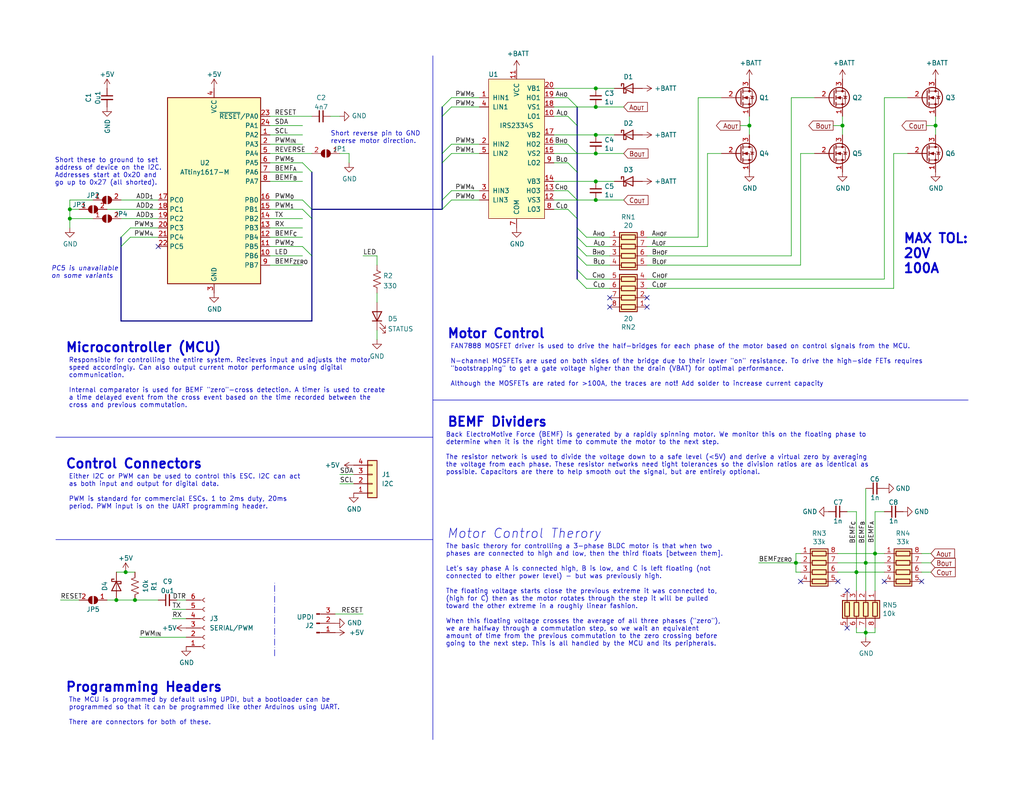
<source format=kicad_sch>
(kicad_sch (version 20230121) (generator eeschema)
  (paper "USLetter")
  (title_block (title "Sensorless BLDC ESC V5") (date "2022-01-20") (rev "5") (company "Savo Bajic") (comment 1 "Same as V4 but with different MOSFET driver and status LED") (comment 2 "Controlled primarily by I2C but can run with PWM") (comment 3 "Designed for 10 to 20V input, current up to 100A") (comment 4 "ATtiny1617 based BEMF ESC for BLDC"))
  (lib_symbols
    (symbol "Connector:Conn_01x03_Pin" (pin_names (offset 1.016) hide)
      (property "Reference" "J" (at 0 5.08 0))
      (property "Value" "Conn_01x03_Pin" (at 0 -5.08 0))
      (symbol "Conn_01x03_Pin_1_1"
        (polyline (pts (xy 1.27 -2.54) (xy 0.8636 -2.54)) (stroke (width 0.1524)))
        (polyline (pts (xy 1.27 0) (xy 0.8636 0)) (stroke (width 0.1524)))
        (polyline (pts (xy 1.27 2.54) (xy 0.8636 2.54)) (stroke (width 0.1524)))
        (rectangle (start 0.8636 -2.413) (end 0 -2.667) (stroke (width 0.1524)) (fill (type outline)))
        (rectangle (start 0.8636 0.127) (end 0 -0.127) (stroke (width 0.1524)) (fill (type outline)))
        (rectangle (start 0.8636 2.667) (end 0 2.413) (stroke (width 0.1524)) (fill (type outline)))
        (pin passive line (at 5.08 2.54 180) (length 3.81) (name "Pin_1") (number "1"))
        (pin passive line (at 5.08 0 180) (length 3.81) (name "Pin_2") (number "2"))
        (pin passive line (at 5.08 -2.54 180) (length 3.81) (name "Pin_3") (number "3"))
      )
    )
    (symbol "Connector:Conn_01x06_Socket" (pin_names (offset 1.016) hide)
      (property "Reference" "J" (at 0 7.62 0))
      (property "Value" "Conn_01x06_Socket" (at 0 -10.16 0))
      (symbol "Conn_01x06_Socket_1_1"
        (arc (start 0 -7.112) (mid -0.5058 -7.62) (end 0 -8.128) (stroke (width 0.1524)))
        (arc (start 0 -4.572) (mid -0.5058 -5.08) (end 0 -5.588) (stroke (width 0.1524)))
        (arc (start 0 -2.032) (mid -0.5058 -2.54) (end 0 -3.048) (stroke (width 0.1524)))
        (polyline (pts (xy -1.27 -7.62) (xy -0.508 -7.62)) (stroke (width 0.1524)))
        (polyline (pts (xy -1.27 -5.08) (xy -0.508 -5.08)) (stroke (width 0.1524)))
        (polyline (pts (xy -1.27 -2.54) (xy -0.508 -2.54)) (stroke (width 0.1524)))
        (polyline (pts (xy -1.27 0) (xy -0.508 0)) (stroke (width 0.1524)))
        (polyline (pts (xy -1.27 2.54) (xy -0.508 2.54)) (stroke (width 0.1524)))
        (polyline (pts (xy -1.27 5.08) (xy -0.508 5.08)) (stroke (width 0.1524)))
        (arc (start 0 0.508) (mid -0.5058 0) (end 0 -0.508) (stroke (width 0.1524)))
        (arc (start 0 3.048) (mid -0.5058 2.54) (end 0 2.032) (stroke (width 0.1524)))
        (arc (start 0 5.588) (mid -0.5058 5.08) (end 0 4.572) (stroke (width 0.1524)))
        (pin passive line (at -5.08 5.08 0) (length 3.81) (name "Pin_1") (number "1"))
        (pin passive line (at -5.08 2.54 0) (length 3.81) (name "Pin_2") (number "2"))
        (pin passive line (at -5.08 0 0) (length 3.81) (name "Pin_3") (number "3"))
        (pin passive line (at -5.08 -2.54 0) (length 3.81) (name "Pin_4") (number "4"))
        (pin passive line (at -5.08 -5.08 0) (length 3.81) (name "Pin_5") (number "5"))
        (pin passive line (at -5.08 -7.62 0) (length 3.81) (name "Pin_6") (number "6"))
      )
    )
    (symbol "Connector_Generic:Conn_01x04" (pin_names (offset 1.016) hide)
      (property "Reference" "J" (at 0 5.08 0))
      (property "Value" "Conn_01x04" (at 0 -7.62 0))
      (symbol "Conn_01x04_1_1"
        (rectangle (start -1.27 -4.953) (end 0 -5.207) (stroke (width 0.1524)))
        (rectangle (start -1.27 -2.413) (end 0 -2.667) (stroke (width 0.1524)))
        (rectangle (start -1.27 0.127) (end 0 -0.127) (stroke (width 0.1524)))
        (rectangle (start -1.27 2.667) (end 0 2.413) (stroke (width 0.1524)))
        (rectangle (start -1.27 3.81) (end 1.27 -6.35) (stroke (width 0.254)) (fill (type background)))
        (pin passive line (at -5.08 2.54 0) (length 3.81) (name "Pin_1") (number "1"))
        (pin passive line (at -5.08 0 0) (length 3.81) (name "Pin_2") (number "2"))
        (pin passive line (at -5.08 -2.54 0) (length 3.81) (name "Pin_3") (number "3"))
        (pin passive line (at -5.08 -5.08 0) (length 3.81) (name "Pin_4") (number "4"))
      )
    )
    (symbol "Device:C_Small" (pin_numbers hide) (pin_names (offset 0.254) hide)
      (property "Reference" "C" (at 0.254 1.778 0))
      (property "Value" "C_Small" (at 0.254 -2.032 0))
      (symbol "C_Small_0_1"
        (polyline (pts (xy -1.524 -0.508) (xy 1.524 -0.508)) (stroke (width 0.3302)))
        (polyline (pts (xy -1.524 0.508) (xy 1.524 0.508)) (stroke (width 0.3048)))
      )
      (symbol "C_Small_1_1"
        (pin passive line (at 0 2.54 270) (length 2.032) (name "~") (number "1"))
        (pin passive line (at 0 -2.54 90) (length 2.032) (name "~") (number "2"))
      )
    )
    (symbol "Device:D_Schottky" (pin_numbers hide) (pin_names (offset 1.016) hide)
      (property "Reference" "D" (at 0 2.54 0))
      (property "Value" "D_Schottky" (at 0 -2.54 0))
      (symbol "D_Schottky_0_1"
        (polyline (pts (xy 1.27 0) (xy -1.27 0)))
        (polyline (pts (xy 1.27 1.27) (xy 1.27 -1.27) (xy -1.27 0) (xy 1.27 1.27)) (stroke (width 0.254)))
        (polyline (pts (xy -1.905 0.635) (xy -1.905 1.27) (xy -1.27 1.27) (xy -1.27 -1.27) (xy -0.635 -1.27) (xy -0.635 -0.635)) (stroke (width 0.254)))
      )
      (symbol "D_Schottky_1_1"
        (pin passive line (at -3.81 0 0) (length 2.54) (name "K") (number "1"))
        (pin passive line (at 3.81 0 180) (length 2.54) (name "A") (number "2"))
      )
    )
    (symbol "Device:LED" (pin_numbers hide) (pin_names (offset 1.016) hide)
      (property "Reference" "D" (at 0 2.54 0))
      (property "Value" "LED" (at 0 -2.54 0))
      (symbol "LED_0_1"
        (polyline (pts (xy -1.27 -1.27) (xy -1.27 1.27)) (stroke (width 0.254)))
        (polyline (pts (xy -1.27 0) (xy 1.27 0)))
        (polyline (pts (xy 1.27 -1.27) (xy 1.27 1.27) (xy -1.27 0) (xy 1.27 -1.27)) (stroke (width 0.254)))
        (polyline (pts (xy -3.048 -0.762) (xy -4.572 -2.286) (xy -3.81 -2.286) (xy -4.572 -2.286) (xy -4.572 -1.524)))
        (polyline (pts (xy -1.778 -0.762) (xy -3.302 -2.286) (xy -2.54 -2.286) (xy -3.302 -2.286) (xy -3.302 -1.524)))
      )
      (symbol "LED_1_1"
        (pin passive line (at -3.81 0 0) (length 2.54) (name "K") (number "1"))
        (pin passive line (at 3.81 0 180) (length 2.54) (name "A") (number "2"))
      )
    )
    (symbol "Device:Q_NMOS_SGD" (pin_names (offset 0) hide)
      (property "Reference" "Q" (at 5.08 1.27 0))
      (property "Value" "Q_NMOS_SGD" (at 5.08 -1.27 0))
      (symbol "Q_NMOS_SGD_0_1"
        (polyline (pts (xy 0.254 0) (xy -2.54 0)))
        (polyline (pts (xy 0.254 1.905) (xy 0.254 -1.905)) (stroke (width 0.254)))
        (polyline (pts (xy 0.762 -1.27) (xy 0.762 -2.286)) (stroke (width 0.254)))
        (polyline (pts (xy 0.762 0.508) (xy 0.762 -0.508)) (stroke (width 0.254)))
        (polyline (pts (xy 0.762 2.286) (xy 0.762 1.27)) (stroke (width 0.254)))
        (polyline (pts (xy 2.54 2.54) (xy 2.54 1.778)))
        (polyline (pts (xy 2.54 -2.54) (xy 2.54 0) (xy 0.762 0)))
        (polyline (pts (xy 0.762 -1.778) (xy 3.302 -1.778) (xy 3.302 1.778) (xy 0.762 1.778)))
        (polyline (pts (xy 1.016 0) (xy 2.032 0.381) (xy 2.032 -0.381) (xy 1.016 0)) (fill (type outline)))
        (polyline (pts (xy 2.794 0.508) (xy 2.921 0.381) (xy 3.683 0.381) (xy 3.81 0.254)))
        (polyline (pts (xy 3.302 0.381) (xy 2.921 -0.254) (xy 3.683 -0.254) (xy 3.302 0.381)))
        (circle (center 1.651 0) (radius 2.794) (stroke (width 0.254)))
        (circle (center 2.54 -1.778) (radius 0.254) (fill (type outline)))
        (circle (center 2.54 1.778) (radius 0.254) (fill (type outline)))
      )
      (symbol "Q_NMOS_SGD_1_1"
        (pin passive line (at 2.54 -5.08 90) (length 2.54) (name "S") (number "1"))
        (pin input line (at -5.08 0 0) (length 5.08) (name "G") (number "2"))
        (pin passive line (at 2.54 5.08 270) (length 2.54) (name "D") (number "3"))
      )
    )
    (symbol "Device:R_Pack04" (pin_names (offset 0) hide)
      (property "Reference" "RN" (at -7.62 0 90))
      (property "Value" "R_Pack04" (at 5.08 0 90))
      (symbol "R_Pack04_0_1"
        (rectangle (start -6.35 -2.413) (end 3.81 2.413) (stroke (width 0.254)) (fill (type background)))
        (rectangle (start -5.715 1.905) (end -4.445 -1.905) (stroke (width 0.254)))
        (rectangle (start -3.175 1.905) (end -1.905 -1.905) (stroke (width 0.254)))
        (rectangle (start -0.635 1.905) (end 0.635 -1.905) (stroke (width 0.254)))
        (polyline (pts (xy -5.08 -2.54) (xy -5.08 -1.905)))
        (polyline (pts (xy -5.08 1.905) (xy -5.08 2.54)))
        (polyline (pts (xy -2.54 -2.54) (xy -2.54 -1.905)))
        (polyline (pts (xy -2.54 1.905) (xy -2.54 2.54)))
        (polyline (pts (xy 0 -2.54) (xy 0 -1.905)))
        (polyline (pts (xy 0 1.905) (xy 0 2.54)))
        (polyline (pts (xy 2.54 -2.54) (xy 2.54 -1.905)))
        (polyline (pts (xy 2.54 1.905) (xy 2.54 2.54)))
        (rectangle (start 1.905 1.905) (end 3.175 -1.905) (stroke (width 0.254)))
      )
      (symbol "R_Pack04_1_1"
        (pin passive line (at -5.08 -5.08 90) (length 2.54) (name "R1.1") (number "1"))
        (pin passive line (at -2.54 -5.08 90) (length 2.54) (name "R2.1") (number "2"))
        (pin passive line (at 0 -5.08 90) (length 2.54) (name "R3.1") (number "3"))
        (pin passive line (at 2.54 -5.08 90) (length 2.54) (name "R4.1") (number "4"))
        (pin passive line (at 2.54 5.08 270) (length 2.54) (name "R4.2") (number "5"))
        (pin passive line (at 0 5.08 270) (length 2.54) (name "R3.2") (number "6"))
        (pin passive line (at -2.54 5.08 270) (length 2.54) (name "R2.2") (number "7"))
        (pin passive line (at -5.08 5.08 270) (length 2.54) (name "R1.2") (number "8"))
      )
    )
    (symbol "Device:R_US" (pin_numbers hide) (pin_names (offset 0))
      (property "Reference" "R" (at 2.54 0 90))
      (property "Value" "R_US" (at -2.54 0 90))
      (symbol "R_US_0_1"
        (polyline (pts (xy 0 -2.286) (xy 0 -2.54)))
        (polyline (pts (xy 0 2.286) (xy 0 2.54)))
        (polyline (pts (xy 0 -0.762) (xy 1.016 -1.143) (xy 0 -1.524) (xy -1.016 -1.905) (xy 0 -2.286)))
        (polyline (pts (xy 0 0.762) (xy 1.016 0.381) (xy 0 0) (xy -1.016 -0.381) (xy 0 -0.762)))
        (polyline (pts (xy 0 2.286) (xy 1.016 1.905) (xy 0 1.524) (xy -1.016 1.143) (xy 0 0.762)))
      )
      (symbol "R_US_1_1"
        (pin passive line (at 0 3.81 270) (length 1.27) (name "~") (number "1"))
        (pin passive line (at 0 -3.81 90) (length 1.27) (name "~") (number "2"))
      )
    )
    (symbol "Jumper:SolderJumper_2_Open" (pin_names (offset 0) hide)
      (property "Reference" "JP" (at 0 2.032 0))
      (property "Value" "SolderJumper_2_Open" (at 0 -2.54 0))
      (symbol "SolderJumper_2_Open_0_1"
        (arc (start -0.254 1.016) (mid -1.2656 0) (end -0.254 -1.016))
        (arc (start -0.254 1.016) (mid -1.2656 0) (end -0.254 -1.016) (fill (type outline)))
        (polyline (pts (xy -0.254 1.016) (xy -0.254 -1.016)))
        (polyline (pts (xy 0.254 1.016) (xy 0.254 -1.016)))
        (arc (start 0.254 -1.016) (mid 1.2656 0) (end 0.254 1.016))
        (arc (start 0.254 -1.016) (mid 1.2656 0) (end 0.254 1.016) (fill (type outline)))
      )
      (symbol "SolderJumper_2_Open_1_1"
        (pin passive line (at -3.81 0 0) (length 2.54) (name "A") (number "1"))
        (pin passive line (at 3.81 0 180) (length 2.54) (name "B") (number "2"))
      )
    )
    (symbol "MCU_Microchip_ATtiny:ATtiny1617-M"
      (property "Reference" "U" (at -12.7 26.67 0))
      (property "Value" "ATtiny1617-M" (at 2.54 -26.67 0))
      (symbol "ATtiny1617-M_0_1"
        (rectangle (start -12.7 -25.4) (end 12.7 25.4) (stroke (width 0.254)) (fill (type background)))
      )
      (symbol "ATtiny1617-M_1_1"
        (pin bidirectional line (at 15.24 15.24 180) (length 2.54) (name "PA2") (number "1"))
        (pin bidirectional line (at 15.24 -17.78 180) (length 2.54) (name "PB6") (number "10"))
        (pin bidirectional line (at 15.24 -15.24 180) (length 2.54) (name "PB5") (number "11"))
        (pin bidirectional line (at 15.24 -12.7 180) (length 2.54) (name "PB4") (number "12"))
        (pin bidirectional line (at 15.24 -10.16 180) (length 2.54) (name "PB3") (number "13"))
        (pin bidirectional line (at 15.24 -7.62 180) (length 2.54) (name "PB2") (number "14"))
        (pin bidirectional line (at 15.24 -5.08 180) (length 2.54) (name "PB1") (number "15"))
        (pin bidirectional line (at 15.24 -2.54 180) (length 2.54) (name "PB0") (number "16"))
        (pin bidirectional line (at -15.24 -2.54 0) (length 2.54) (name "PC0") (number "17"))
        (pin bidirectional line (at -15.24 -5.08 0) (length 2.54) (name "PC1") (number "18"))
        (pin bidirectional line (at -15.24 -7.62 0) (length 2.54) (name "PC2") (number "19"))
        (pin bidirectional line (at 15.24 12.7 180) (length 2.54) (name "PA3") (number "2"))
        (pin bidirectional line (at -15.24 -10.16 0) (length 2.54) (name "PC3") (number "20"))
        (pin bidirectional line (at -15.24 -12.7 0) (length 2.54) (name "PC4") (number "21"))
        (pin bidirectional line (at -15.24 -15.24 0) (length 2.54) (name "PC5") (number "22"))
        (pin bidirectional line (at 15.24 20.32 180) (length 2.54) (name "~{RESET}/PA0") (number "23"))
        (pin bidirectional line (at 15.24 17.78 180) (length 2.54) (name "PA1") (number "24"))
        (pin passive line (at 0 -27.94 90) (length 2.54) hide (name "GND") (number "25"))
        (pin power_in line (at 0 -27.94 90) (length 2.54) (name "GND") (number "3"))
        (pin power_in line (at 0 27.94 270) (length 2.54) (name "VCC") (number "4"))
        (pin bidirectional line (at 15.24 10.16 180) (length 2.54) (name "PA4") (number "5"))
        (pin bidirectional line (at 15.24 7.62 180) (length 2.54) (name "PA5") (number "6"))
        (pin bidirectional line (at 15.24 5.08 180) (length 2.54) (name "PA6") (number "7"))
        (pin bidirectional line (at 15.24 2.54 180) (length 2.54) (name "PA7") (number "8"))
        (pin bidirectional line (at 15.24 -20.32 180) (length 2.54) (name "PB7") (number "9"))
      )
    )
    (symbol "esc_parts:IRS2334S" (pin_names (offset 1.016))
      (property "Reference" "U" (at -6.35 1.27 0))
      (property "Value" "IRS2334S" (at 0 -12.7 0))
      (symbol "IRS2334S_0_1"
        (rectangle (start -7.62 0) (end 7.62 -38.1) (fill (type background)))
      )
      (symbol "IRS2334S_1_1"
        (pin input line (at -10.16 -5.08 0) (length 2.54) (name "HIN1") (number "1"))
        (pin output line (at 10.16 -10.16 180) (length 2.54) (name "LO1") (number "10"))
        (pin power_in line (at 0 2.54 270) (length 2.54) (name "VCC") (number "11"))
        (pin power_in line (at 10.16 -33.02 180) (length 2.54) (name "VS3") (number "12"))
        (pin output line (at 10.16 -30.48 180) (length 2.54) (name "HO3") (number "13"))
        (pin power_in line (at 10.16 -27.94 180) (length 2.54) (name "VB3") (number "14"))
        (pin power_in line (at 10.16 -20.32 180) (length 2.54) (name "VS2") (number "15"))
        (pin output line (at 10.16 -17.78 180) (length 2.54) (name "HO2") (number "16"))
        (pin power_in line (at 10.16 -15.24 180) (length 2.54) (name "VB2") (number "17"))
        (pin power_in line (at 10.16 -7.62 180) (length 2.54) (name "VS1") (number "18"))
        (pin output line (at 10.16 -5.08 180) (length 2.54) (name "HO1") (number "19"))
        (pin input line (at -10.16 -17.78 0) (length 2.54) (name "HIN2") (number "2"))
        (pin power_in line (at 10.16 -2.54 180) (length 2.54) (name "VB1") (number "20"))
        (pin input line (at -10.16 -30.48 0) (length 2.54) (name "HIN3") (number "3"))
        (pin input line (at -10.16 -7.62 0) (length 2.54) (name "LIN1") (number "4"))
        (pin input line (at -10.16 -20.32 0) (length 2.54) (name "LIN2") (number "5"))
        (pin input line (at -10.16 -33.02 0) (length 2.54) (name "LIN3") (number "6"))
        (pin power_in line (at 0 -40.64 90) (length 2.54) (name "COM") (number "7"))
        (pin output line (at 10.16 -35.56 180) (length 2.54) (name "LO3") (number "8"))
        (pin output line (at 10.16 -22.86 180) (length 2.54) (name "LO2") (number "9"))
      )
    )
    (symbol "power:+5V" (power) (pin_names (offset 0))
      (property "Value" "+5V" (at 0 3.556 0))
      (symbol "+5V_0_1"
        (polyline (pts (xy -0.762 1.27) (xy 0 2.54)))
        (polyline (pts (xy 0 0) (xy 0 2.54)))
        (polyline (pts (xy 0 2.54) (xy 0.762 1.27)))
      )
      (symbol "+5V_1_1"
        (pin power_in line (at 0 0 90) (length 0) hide (name "+5V") (number "1"))
      )
    )
    (symbol "power:+BATT" (power) (pin_names (offset 0))
      (property "Value" "+BATT" (at 0 3.556 0))
      (symbol "+BATT_0_1"
        (polyline (pts (xy -0.762 1.27) (xy 0 2.54)))
        (polyline (pts (xy 0 0) (xy 0 2.54)))
        (polyline (pts (xy 0 2.54) (xy 0.762 1.27)))
      )
      (symbol "+BATT_1_1"
        (pin power_in line (at 0 0 90) (length 0) hide (name "+BATT") (number "1"))
      )
    )
    (symbol "power:GND" (power) (pin_names (offset 0))
      (property "Value" "GND" (at 0 -3.81 0))
      (symbol "GND_0_1"
        (polyline (pts (xy 0 0) (xy 0 -1.27) (xy 1.27 -1.27) (xy 0 -2.54) (xy -1.27 -1.27) (xy 0 -1.27)))
      )
      (symbol "GND_1_1"
        (pin power_in line (at 0 0 270) (length 0) hide (name "GND") (number "1"))
      )
    )
  )
  (junction (at 19.05 57.15))
  (junction (at 31.75 163.83))
  (junction (at 162.56 36.83))
  (junction (at 229.87 34.29))
  (junction (at 236.22 153.67))
  (junction (at 233.68 156.21))
  (junction (at 19.05 59.69))
  (junction (at 162.56 29.21))
  (junction (at 236.22 172.72))
  (junction (at 34.29 156.21))
  (junction (at 162.56 54.61))
  (junction (at 162.56 49.53))
  (junction (at 204.47 34.29))
  (junction (at 36.83 163.83))
  (junction (at 162.56 24.13))
  (junction (at 162.56 41.91))
  (junction (at 217.17 153.67))
  (junction (at 238.76 151.13))
  (junction (at 255.27 34.29))
  (no_connect (at 176.53 83.82))
  (no_connect (at 218.44 158.75))
  (no_connect (at 231.14 171.45))
  (no_connect (at 176.53 81.28))
  (no_connect (at 166.37 81.28))
  (no_connect (at 43.18 67.31))
  (no_connect (at 228.6 158.75))
  (no_connect (at 251.46 158.75))
  (no_connect (at 241.3 158.75))
  (no_connect (at 231.14 161.29))
  (no_connect (at 166.37 83.82))
  (bus_entry (at 157.48 64.77) (size 2.54 2.54))
  (bus_entry (at 123.19 52.07) (size -2.54 2.54))
  (bus_entry (at 82.55 67.31) (size 2.54 2.54))
  (bus_entry (at 35.56 62.23) (size -2.54 2.54))
  (bus_entry (at 154.94 44.45) (size 2.54 2.54))
  (bus_entry (at 154.94 31.75) (size 2.54 2.54))
  (bus_entry (at 82.55 54.61) (size 2.54 2.54))
  (bus_entry (at 157.48 67.31) (size 2.54 2.54))
  (bus_entry (at 35.56 64.77) (size -2.54 2.54))
  (bus_entry (at 123.19 29.21) (size -2.54 2.54))
  (bus_entry (at 157.48 69.85) (size 2.54 2.54))
  (bus_entry (at 154.94 26.67) (size 2.54 2.54))
  (bus_entry (at 123.19 26.67) (size -2.54 2.54))
  (bus_entry (at 123.19 41.91) (size -2.54 2.54))
  (bus_entry (at 157.48 73.66) (size 2.54 2.54))
  (bus_entry (at 154.94 39.37) (size 2.54 2.54))
  (bus_entry (at 157.48 62.23) (size 2.54 2.54))
  (bus_entry (at 82.55 44.45) (size 2.54 2.54))
  (bus_entry (at 157.48 76.2) (size 2.54 2.54))
  (bus_entry (at 123.19 39.37) (size -2.54 2.54))
  (bus_entry (at 82.55 57.15) (size 2.54 2.54))
  (bus_entry (at 123.19 54.61) (size -2.54 2.54))
  (bus_entry (at 154.94 52.07) (size 2.54 2.54))
  (bus_entry (at 154.94 57.15) (size 2.54 2.54))
  (wire (pts (xy 102.87 69.85) (xy 102.87 72.39)))
  (wire (pts (xy 73.66 72.39) (xy 82.55 72.39)))
  (wire (pts (xy 82.55 44.45) (xy 73.66 44.45)))
  (wire (pts (xy 241.3 26.67) (xy 247.65 26.67)))
  (wire (pts (xy 218.44 72.39) (xy 218.44 41.91)))
  (wire (pts (xy 95.25 44.45) (xy 95.25 41.91)))
  (bus (pts (xy 157.48 64.77) (xy 157.48 67.31)))
  (wire (pts (xy 236.22 153.67) (xy 236.22 161.29)))
  (wire (pts (xy 151.13 41.91) (xy 157.48 41.91)))
  (wire (pts (xy 236.22 172.72) (xy 236.22 171.45)))
  (bus (pts (xy 157.48 46.99) (xy 157.48 54.61)))
  (bus (pts (xy 157.48 62.23) (xy 157.48 64.77)))
  (wire (pts (xy 255.27 31.75) (xy 255.27 34.29)))
  (wire (pts (xy 190.5 26.67) (xy 196.85 26.67)))
  (wire (pts (xy 215.9 26.67) (xy 215.9 69.85)))
  (wire (pts (xy 215.9 26.67) (xy 222.25 26.67)))
  (wire (pts (xy 157.48 54.61) (xy 162.56 54.61)))
  (wire (pts (xy 50.8 163.83) (xy 48.26 163.83)))
  (wire (pts (xy 157.48 41.91) (xy 162.56 41.91)))
  (wire (pts (xy 160.02 67.31) (xy 166.37 67.31)))
  (wire (pts (xy 33.02 59.69) (xy 43.18 59.69)))
  (bus (pts (xy 85.09 57.15) (xy 85.09 46.99)))
  (wire (pts (xy 176.53 78.74) (xy 243.84 78.74)))
  (bus (pts (xy 33.02 67.31) (xy 33.02 87.63)))
  (wire (pts (xy 217.17 153.67) (xy 217.17 156.21)))
  (wire (pts (xy 82.55 59.69) (xy 73.66 59.69)))
  (wire (pts (xy 123.19 54.61) (xy 130.81 54.61)))
  (wire (pts (xy 236.22 153.67) (xy 241.3 153.67)))
  (wire (pts (xy 34.29 156.21) (xy 36.83 156.21)))
  (wire (pts (xy 19.05 59.69) (xy 19.05 57.15)))
  (wire (pts (xy 160.02 64.77) (xy 166.37 64.77)))
  (wire (pts (xy 82.55 46.99) (xy 73.66 46.99)))
  (wire (pts (xy 31.75 163.83) (xy 29.21 163.83)))
  (wire (pts (xy 82.55 62.23) (xy 73.66 62.23)))
  (wire (pts (xy 82.55 36.83) (xy 73.66 36.83)))
  (wire (pts (xy 238.76 139.7) (xy 238.76 151.13)))
  (wire (pts (xy 82.55 39.37) (xy 73.66 39.37)))
  (wire (pts (xy 193.04 67.31) (xy 176.53 67.31)))
  (wire (pts (xy 151.13 24.13) (xy 162.56 24.13)))
  (wire (pts (xy 19.05 62.23) (xy 19.05 59.69)))
  (wire (pts (xy 160.02 72.39) (xy 166.37 72.39)))
  (wire (pts (xy 229.87 34.29) (xy 229.87 36.83)))
  (wire (pts (xy 204.47 34.29) (xy 204.47 36.83)))
  (wire (pts (xy 162.56 54.61) (xy 170.18 54.61)))
  (wire (pts (xy 228.6 153.67) (xy 236.22 153.67)))
  (bus (pts (xy 157.48 73.66) (xy 157.48 76.2)))
  (wire (pts (xy 236.22 173.99) (xy 236.22 172.72)))
  (wire (pts (xy 231.14 139.7) (xy 233.68 139.7)))
  (wire (pts (xy 157.48 29.21) (xy 162.56 29.21)))
  (wire (pts (xy 252.73 34.29) (xy 255.27 34.29)))
  (wire (pts (xy 238.76 172.72) (xy 238.76 171.45)))
  (wire (pts (xy 31.75 156.21) (xy 34.29 156.21)))
  (wire (pts (xy 151.13 29.21) (xy 157.48 29.21)))
  (polyline (pts (xy 74.93 179.07) (xy 74.93 158.75)) (stroke (width 0) (type dash_dot)))
  (wire (pts (xy 123.19 26.67) (xy 130.81 26.67)))
  (polyline (pts (xy 15.24 119.38) (xy 118.11 119.38)))
  (wire (pts (xy 35.56 64.77) (xy 43.18 64.77)))
  (wire (pts (xy 236.22 172.72) (xy 233.68 172.72)))
  (polyline (pts (xy 118.11 109.22) (xy 264.16 109.22)))
  (wire (pts (xy 38.1 173.99) (xy 50.8 173.99)))
  (wire (pts (xy 233.68 139.7) (xy 233.68 156.21)))
  (bus (pts (xy 120.65 29.21) (xy 120.65 31.75)))
  (wire (pts (xy 176.53 72.39) (xy 218.44 72.39)))
  (wire (pts (xy 217.17 156.21) (xy 218.44 156.21)))
  (wire (pts (xy 21.59 57.15) (xy 19.05 57.15)))
  (wire (pts (xy 29.21 57.15) (xy 43.18 57.15)))
  (bus (pts (xy 157.48 54.61) (xy 157.48 59.69)))
  (wire (pts (xy 238.76 139.7) (xy 241.3 139.7)))
  (wire (pts (xy 238.76 151.13) (xy 241.3 151.13)))
  (wire (pts (xy 162.56 41.91) (xy 170.18 41.91)))
  (wire (pts (xy 123.19 29.21) (xy 130.81 29.21)))
  (bus (pts (xy 120.65 44.45) (xy 120.65 54.61)))
  (wire (pts (xy 102.87 80.01) (xy 102.87 82.55)))
  (wire (pts (xy 160.02 78.74) (xy 166.37 78.74)))
  (wire (pts (xy 151.13 54.61) (xy 157.48 54.61)))
  (wire (pts (xy 241.3 26.67) (xy 241.3 76.2)))
  (wire (pts (xy 204.47 31.75) (xy 204.47 34.29)))
  (polyline (pts (xy 118.11 15.24) (xy 118.11 201.93)))
  (bus (pts (xy 157.48 41.91) (xy 157.48 46.99)))
  (bus (pts (xy 33.02 87.63) (xy 85.09 87.63)))
  (bus (pts (xy 157.48 67.31) (xy 157.48 69.85)))
  (wire (pts (xy 233.68 161.29) (xy 233.68 156.21)))
  (wire (pts (xy 35.56 62.23) (xy 43.18 62.23)))
  (wire (pts (xy 90.17 31.75) (xy 92.71 31.75)))
  (wire (pts (xy 233.68 156.21) (xy 241.3 156.21)))
  (bus (pts (xy 85.09 57.15) (xy 120.65 57.15)))
  (wire (pts (xy 82.55 49.53) (xy 73.66 49.53)))
  (wire (pts (xy 218.44 41.91) (xy 222.25 41.91)))
  (wire (pts (xy 154.94 57.15) (xy 151.13 57.15)))
  (wire (pts (xy 160.02 69.85) (xy 166.37 69.85)))
  (bus (pts (xy 120.65 41.91) (xy 120.65 44.45)))
  (wire (pts (xy 21.59 163.83) (xy 16.51 163.83)))
  (bus (pts (xy 85.09 59.69) (xy 85.09 69.85)))
  (bus (pts (xy 157.48 69.85) (xy 157.48 73.66)))
  (wire (pts (xy 95.25 41.91) (xy 92.71 41.91)))
  (wire (pts (xy 82.55 67.31) (xy 73.66 67.31)))
  (wire (pts (xy 228.6 156.21) (xy 233.68 156.21)))
  (wire (pts (xy 218.44 153.67) (xy 217.17 153.67)))
  (wire (pts (xy 243.84 78.74) (xy 243.84 41.91)))
  (wire (pts (xy 201.93 34.29) (xy 204.47 34.29)))
  (wire (pts (xy 227.33 34.29) (xy 229.87 34.29)))
  (wire (pts (xy 215.9 69.85) (xy 176.53 69.85)))
  (wire (pts (xy 154.94 39.37) (xy 151.13 39.37)))
  (wire (pts (xy 251.46 151.13) (xy 254 151.13)))
  (bus (pts (xy 120.65 54.61) (xy 120.65 57.15)))
  (wire (pts (xy 151.13 49.53) (xy 162.56 49.53)))
  (bus (pts (xy 120.65 31.75) (xy 120.65 41.91)))
  (wire (pts (xy 19.05 54.61) (xy 25.4 54.61)))
  (bus (pts (xy 33.02 64.77) (xy 33.02 67.31)))
  (wire (pts (xy 233.68 172.72) (xy 233.68 171.45)))
  (wire (pts (xy 123.19 52.07) (xy 130.81 52.07)))
  (wire (pts (xy 82.55 64.77) (xy 73.66 64.77)))
  (wire (pts (xy 46.99 168.91) (xy 50.8 168.91)))
  (polyline (pts (xy 15.24 147.32) (xy 118.11 147.32)))
  (wire (pts (xy 151.13 36.83) (xy 162.56 36.83)))
  (wire (pts (xy 82.55 54.61) (xy 73.66 54.61)))
  (wire (pts (xy 73.66 31.75) (xy 85.09 31.75)))
  (wire (pts (xy 228.6 151.13) (xy 238.76 151.13)))
  (wire (pts (xy 102.87 90.17) (xy 102.87 92.71)))
  (wire (pts (xy 243.84 41.91) (xy 247.65 41.91)))
  (wire (pts (xy 162.56 29.21) (xy 170.18 29.21)))
  (wire (pts (xy 19.05 57.15) (xy 19.05 54.61)))
  (wire (pts (xy 92.71 129.54) (xy 96.52 129.54)))
  (wire (pts (xy 238.76 161.29) (xy 238.76 151.13)))
  (wire (pts (xy 193.04 41.91) (xy 193.04 67.31)))
  (wire (pts (xy 151.13 52.07) (xy 154.94 52.07)))
  (wire (pts (xy 123.19 41.91) (xy 130.81 41.91)))
  (wire (pts (xy 217.17 153.67) (xy 217.17 151.13)))
  (wire (pts (xy 154.94 44.45) (xy 151.13 44.45)))
  (wire (pts (xy 162.56 36.83) (xy 167.64 36.83)))
  (wire (pts (xy 85.09 41.91) (xy 73.66 41.91)))
  (wire (pts (xy 33.02 54.61) (xy 43.18 54.61)))
  (wire (pts (xy 251.46 153.67) (xy 254 153.67)))
  (bus (pts (xy 85.09 69.85) (xy 85.09 87.63)))
  (wire (pts (xy 36.83 163.83) (xy 31.75 163.83)))
  (wire (pts (xy 190.5 64.77) (xy 190.5 26.67)))
  (wire (pts (xy 99.06 167.64) (xy 91.44 167.64)))
  (bus (pts (xy 157.48 29.21) (xy 157.48 34.29)))
  (wire (pts (xy 167.64 24.13) (xy 162.56 24.13)))
  (wire (pts (xy 236.22 133.35) (xy 236.22 153.67)))
  (bus (pts (xy 157.48 59.69) (xy 157.48 62.23)))
  (wire (pts (xy 236.22 172.72) (xy 238.76 172.72)))
  (wire (pts (xy 46.99 166.37) (xy 50.8 166.37)))
  (wire (pts (xy 99.06 69.85) (xy 102.87 69.85)))
  (wire (pts (xy 167.64 49.53) (xy 162.56 49.53)))
  (wire (pts (xy 92.71 132.08) (xy 96.52 132.08)))
  (bus (pts (xy 157.48 34.29) (xy 157.48 41.91)))
  (wire (pts (xy 82.55 57.15) (xy 73.66 57.15)))
  (wire (pts (xy 217.17 151.13) (xy 218.44 151.13)))
  (wire (pts (xy 207.01 153.67) (xy 217.17 153.67)))
  (wire (pts (xy 193.04 41.91) (xy 196.85 41.91)))
  (wire (pts (xy 154.94 31.75) (xy 151.13 31.75)))
  (wire (pts (xy 255.27 34.29) (xy 255.27 36.83)))
  (wire (pts (xy 154.94 26.67) (xy 151.13 26.67)))
  (wire (pts (xy 43.18 163.83) (xy 36.83 163.83)))
  (bus (pts (xy 85.09 57.15) (xy 85.09 59.69)))
  (wire (pts (xy 160.02 76.2) (xy 166.37 76.2)))
  (wire (pts (xy 73.66 69.85) (xy 82.55 69.85)))
  (wire (pts (xy 229.87 31.75) (xy 229.87 34.29)))
  (wire (pts (xy 176.53 64.77) (xy 190.5 64.77)))
  (wire (pts (xy 25.4 59.69) (xy 19.05 59.69)))
  (wire (pts (xy 241.3 76.2) (xy 176.53 76.2)))
  (wire (pts (xy 251.46 156.21) (xy 254 156.21)))
  (wire (pts (xy 123.19 39.37) (xy 130.81 39.37)))
  (wire (pts (xy 82.55 34.29) (xy 73.66 34.29)))
  (text_box "The basic therory for controlling a 3-phase BLDC motor is that when two phases are connected to high and low, then the third floats [between them].\n\nLet's say phase A is connected high, B is low, and C is left floating (not connected to either power level) - but was previously high.\n\nThe floating voltage starts close the previous extreme it was connected to, \n(high for C) then as the motor rotates through the step it will be pulled toward the other extreme in a roughly linear fashion.\n\nWhen this floating voltage crosses the average of all three phases (\"zero\"), we are halfway through a commutation step, so we wait an equivalent amount of time from the previous commutation to the zero crossing before going to the next step. This is all handled by the MCU and its peripherals." (at 120.65 147.32 0) (size 78.74 30.48) (stroke (width -0.0001)) (effects (font (size 1.27 1.27)) (justify left top)))
  (text_box "Responsible for controlling the entire system. Recieves input and adjusts the motor speed accordingly. Can also output current motor performance using digital communication.\n\nInternal comparator is used for BEMF \"zero\"-cross detection. A timer is used to create a time delayed event from the cross event based on the time recorded between the cross and previous commutation." (at 17.78 96.52 0) (size 88.9 19.05) (stroke (width -0.0001)) (effects (font (size 1.27 1.27)) (justify left top)))
  (text_box "Either I2C or PWM can be used to control this ESC. I2C can act as both input and output for digital data.\n\nPWM is standard for commercial ESCs. 1 to 2ms duty, 20ms period. PWM input is on the UART programming header." (at 17.78 128.27 0) (size 67.31 13.97) (stroke (width -0.0001)) (effects (font (size 1.27 1.27)) (justify left top)))
  (text_box "The MCU is programmed by default using UPDI, but a bootloader can be programmed so that it can be programmed like other Arduinos using UART.\n\nThere are connectors for both of these." (at 17.78 189.23 0) (size 76.2 11.43) (stroke (width -0.0001)) (effects (font (size 1.27 1.27)) (justify left top)))
  (text_box "FAN7888 MOSFET driver is used to drive the half-bridges for each phase of the motor based on control signals from the MCU.\n\nN-channel MOSFETs are used on both sides of the bridge due to their lower \"on\" resistance. To drive the high-side FETs requires \"bootstrapping\" to get a gate voltage higher than the drain (VBAT) for optimal performance.\n\nAlthough the MOSFETs are rated for >100A, the traces are not! Add solder to increase current capacity" (at 121.92 92.71 0) (size 142.24 12.7) (stroke (width -0.0001)) (effects (font (size 1.27 1.27)) (justify left top)))
  (text_box "Short these to ground to set address of device on the I2C. Addresses start at 0x20 and go up to 0x27 (all shorted)." (at 13.97 41.91 0) (size 31.75 12.7) (stroke (width -0.0001)) (effects (font (size 1.27 1.27)) (justify left top)))
  (text_box "Back ElectroMotive Force (BEMF) is generated by a rapidly spinning motor. We monitor this on the floating phase to determine when it is the right time to commute the motor to the next step.\n\nThe resistor network is used to divide the voltage down to a safe level (<5V) and derive a virtual zero by averaging the voltage from each phase. These resistor networks need tight tolerances so the division ratios are as identical as possible. Capacitors are there to help smooth out the signal, but are entirely optional." (at 120.65 116.84 0) (size 118.11 15.24) (stroke (width -0.0001)) (effects (font (size 1.27 1.27)) (justify left top)))
  (text "Short reverse pin to GND\nreverse motor direction." (at 90.17 39.37 0) (effects (font (size 1.27 1.27)) (justify left bottom)))
  (text "Motor Control" (at 121.92 92.71 0) (effects (font (size 2.54 2.54) (thickness 0.508) bold) (justify left bottom)))
  (text "PC5 is unavailable\non some variants" (at 13.97 76.2 0) (effects (font (size 1.27 1.27) italic) (justify left bottom)))
  (text "Microcontroller (MCU)" (at 17.78 96.52 0) (effects (font (size 2.54 2.54) (thickness 0.508) bold) (justify left bottom)))
  (text "Motor Control Therory" (at 121.92 147.32 0) (effects (font (size 2.54 2.54) italic) (justify left bottom)))
  (text "BEMF Dividers" (at 121.92 116.84 0) (effects (font (size 2.54 2.54) (thickness 0.508) bold) (justify left bottom)))
  (text "Programming Headers" (at 17.78 189.23 0) (effects (font (size 2.54 2.54) (thickness 0.508) bold) (justify left bottom)))
  (text "MAX TOL:\n20V\n100A" (at 246.38 74.93 0) (effects (font (size 2.54 2.54) (thickness 0.508) bold) (justify left bottom)))
  (text "Control Connectors" (at 17.78 128.27 0) (effects (font (size 2.54 2.54) (thickness 0.508) bold) (justify left bottom)))
  (label "ADD_{2}" (at 41.91 57.15 180))
  (label "ADD_{3}" (at 41.91 59.69 180))
  (label "B_{LOF}" (at 177.8 72.39 0))
  (label "B_{LO}" (at 154.94 44.45 180))
  (label "C_{HO}" (at 154.94 52.07 180))
  (label "RESET" (at 16.51 163.83 0))
  (label "SDA" (at 74.93 34.29 0))
  (label "PWM_{2}" (at 129.54 29.21 180))
  (label "LED" (at 74.93 69.85 0))
  (label "PWM_{1}" (at 74.93 57.15 0))
  (label "PWM_{0}" (at 74.93 54.61 0))
  (label "B_{HOF}" (at 177.8 69.85 0))
  (label "B_{HO}" (at 154.94 39.37 180))
  (label "REVERSE" (at 74.93 41.91 0))
  (label "RX" (at 46.99 168.91 0))
  (label "C_{LOF}" (at 177.8 78.74 0))
  (label "B_{LO}" (at 165.1 72.39 180))
  (label "A_{LO}" (at 154.94 31.75 180))
  (label "A_{LOF}" (at 177.8 67.31 0))
  (label "C_{LO}" (at 154.94 57.15 180))
  (label "TX" (at 46.99 166.37 0))
  (label "BEMF_{ZERO}" (at 74.93 72.39 0))
  (label "PWM_{3}" (at 41.91 62.23 180))
  (label "BEMF_{A}" (at 74.93 46.99 0))
  (label "ADD_{1}" (at 41.91 54.61 180))
  (label "PWM_{5}" (at 74.93 44.45 0))
  (label "BEMF_{C}" (at 233.68 142.24 270))
  (label "PWM_{IN}" (at 74.93 39.37 0))
  (label "A_{HOF}" (at 177.8 64.77 0))
  (label "PWM_{4}" (at 41.91 64.77 180))
  (label "RESET" (at 99.06 167.64 180))
  (label "LED" (at 99.06 69.85 0))
  (label "PWM_{5}" (at 129.54 26.67 180))
  (label "BEMF_{ZERO}" (at 207.01 153.67 0))
  (label "SCL" (at 74.93 36.83 0))
  (label "RESET" (at 74.93 31.75 0))
  (label "SCL" (at 92.71 132.08 0))
  (label "C_{HO}" (at 165.1 76.2 180))
  (label "BEMF_{B}" (at 74.93 49.53 0))
  (label "PWM_{0}" (at 129.54 54.61 180))
  (label "PWM_{IN}" (at 38.1 173.99 0))
  (label "BEMF_{C}" (at 74.93 64.77 0))
  (label "BEMF_{A}" (at 238.76 142.24 270))
  (label "A_{HO}" (at 165.1 64.77 180))
  (label "B_{HO}" (at 165.1 69.85 180))
  (label "C_{HOF}" (at 177.8 76.2 0))
  (label "SDA" (at 92.71 129.54 0))
  (label "C_{LO}" (at 165.1 78.74 180))
  (label "PWM_{1}" (at 129.54 41.91 180))
  (label "DTR" (at 50.8 163.83 180))
  (label "PWM_{4}" (at 129.54 52.07 180))
  (label "TX" (at 74.93 59.69 0))
  (label "PWM_{2}" (at 74.93 67.31 0))
  (label "BEMF_{B}" (at 236.22 142.24 270))
  (label "RX" (at 74.93 62.23 0))
  (label "A_{HO}" (at 154.94 26.67 180))
  (label "PWM_{3}" (at 129.54 39.37 180))
  (label "A_{LO}" (at 165.1 67.31 180))
  (global_label "C_{OUT}" (shape output) (at 252.73 34.29 180) (property "Intersheetrefs" "${INTERSHEET_REFS}" (effects hide)))
  (global_label "B_{OUT}" (shape input) (at 254 153.67 0) (property "Intersheetrefs" "${INTERSHEET_REFS}" (effects hide)))
  (global_label "A_{OUT}" (shape output) (at 201.93 34.29 180) (property "Intersheetrefs" "${INTERSHEET_REFS}" (effects hide)))
  (global_label "B_{OUT}" (shape output) (at 227.33 34.29 180) (property "Intersheetrefs" "${INTERSHEET_REFS}" (effects hide)))
  (global_label "B_{OUT}" (shape input) (at 170.18 41.91 0) (property "Intersheetrefs" "${INTERSHEET_REFS}" (effects hide)))
  (global_label "A_{OUT}" (shape input) (at 254 151.13 0) (property "Intersheetrefs" "${INTERSHEET_REFS}" (effects hide)))
  (global_label "C_{OUT}" (shape input) (at 170.18 54.61 0) (property "Intersheetrefs" "${INTERSHEET_REFS}" (effects hide)))
  (global_label "A_{OUT}" (shape input) (at 170.18 29.21 0) (property "Intersheetrefs" "${INTERSHEET_REFS}" (effects hide)))
  (global_label "C_{OUT}" (shape input) (at 254 156.21 0) (property "Intersheetrefs" "${INTERSHEET_REFS}" (effects hide)))
  (symbol (lib_id "MCU_Microchip_ATtiny:ATtiny1617-M") (at 58.42 52.07 0) (unit 1)
    (property "Reference" "U2" (at 55.88 44.45 0))
    (property "Value" "ATtiny1617-M" (at 55.88 46.99 0))
    (property "Footprint" "Package_DFN_QFN:QFN-24-1EP_4x4mm_P0.5mm_EP2.6x2.6mm" (effects hide))
    (property "Datasheet" "http://ww1.microchip.com/downloads/en/DeviceDoc/ATtiny3217_1617-Data-Sheet-40001999B.pdf" (effects hide))
  )
  (symbol (lib_id "Device:Q_NMOS_SGD") (at 201.93 26.67 0) (unit 1)
    (property "Reference" "Q1" (at 207.137 26.67 0) (effects (justify left)))
    (property "Value" "TPN2R903PL" (effects hide))
    (property "Footprint" "esc:TPN2R903PLL1Q" (effects hide))
  )
  (symbol (lib_id "Device:Q_NMOS_SGD") (at 201.93 41.91 0) (unit 1)
    (property "Reference" "Q4" (at 207.137 41.91 0) (effects (justify left)))
    (property "Value" "TPN2R903PL" (effects hide))
    (property "Footprint" "esc:TPN2R903PLL1Q" (effects hide))
  )
  (symbol (lib_id "power:GND") (at 58.42 80.01 0) (unit 1)
    (property "Reference" "#PWR018" (effects hide))
    (property "Value" "GND" (at 58.547 84.4042 0))
  )
  (symbol (lib_id "power:GND") (at 204.47 46.99 0) (unit 1)
    (property "Reference" "#PWR011" (effects hide))
    (property "Value" "GND" (at 204.597 51.3842 0))
  )
  (symbol (lib_id "power:+BATT") (at 204.47 21.59 0) (unit 1)
    (property "Reference" "#PWR02" (effects hide))
    (property "Value" "+BATT" (at 204.851 17.1958 0))
  )
  (symbol (lib_id "power:+5V") (at 58.42 24.13 0) (unit 1)
    (property "Reference" "#PWR07" (effects hide))
    (property "Value" "+5V" (at 58.42 20.32 0))
  )
  (symbol (lib_id "Device:C_Small") (at 29.21 26.67 0) (unit 1)
    (property "Reference" "C1" (at 24.13 26.67 90))
    (property "Value" "0u1" (at 26.67 26.67 90))
    (property "Footprint" "Capacitor_SMD:C_0402_1005Metric" (effects hide))
  )
  (symbol (lib_id "power:+BATT") (at 140.97 19.05 0) (unit 1)
    (property "Reference" "#PWR01" (effects hide))
    (property "Value" "+BATT" (at 141.351 14.6558 0))
  )
  (symbol (lib_id "power:GND") (at 140.97 62.23 0) (unit 1)
    (property "Reference" "#PWR016" (effects hide))
    (property "Value" "GND" (at 141.097 66.6242 0))
  )
  (symbol (lib_id "power:+5V") (at 29.21 24.13 0) (unit 1)
    (property "Reference" "#PWR05" (effects hide))
    (property "Value" "+5V" (at 29.21 20.32 0))
  )
  (symbol (lib_id "power:GND") (at 29.21 29.21 0) (unit 1)
    (property "Reference" "#PWR08" (effects hide))
    (property "Value" "GND" (at 29.337 32.4612 90) (effects (justify right)))
  )
  (symbol (lib_id "Device:Q_NMOS_SGD") (at 227.33 26.67 0) (unit 1)
    (property "Reference" "Q2" (at 232.537 26.67 0) (effects (justify left)))
    (property "Value" "TPN2R903PL" (effects hide))
    (property "Footprint" "esc:TPN2R903PLL1Q" (effects hide))
  )
  (symbol (lib_id "Device:Q_NMOS_SGD") (at 227.33 41.91 0) (unit 1)
    (property "Reference" "Q5" (at 232.537 41.91 0) (effects (justify left)))
    (property "Value" "TPN2R903PL" (effects hide))
    (property "Footprint" "esc:TPN2R903PLL1Q" (effects hide))
  )
  (symbol (lib_id "power:GND") (at 229.87 46.99 0) (unit 1)
    (property "Reference" "#PWR012" (effects hide))
    (property "Value" "GND" (at 229.997 51.3842 0))
  )
  (symbol (lib_id "power:+BATT") (at 229.87 21.59 0) (unit 1)
    (property "Reference" "#PWR03" (effects hide))
    (property "Value" "+BATT" (at 230.251 17.1958 0))
  )
  (symbol (lib_id "Device:Q_NMOS_SGD") (at 252.73 26.67 0) (unit 1)
    (property "Reference" "Q3" (at 257.937 26.67 0) (effects (justify left)))
    (property "Value" "TPN2R903PL" (effects hide))
    (property "Footprint" "esc:TPN2R903PLL1Q" (effects hide))
  )
  (symbol (lib_id "Device:Q_NMOS_SGD") (at 252.73 41.91 0) (unit 1)
    (property "Reference" "Q6" (at 257.937 41.91 0) (effects (justify left)))
    (property "Value" "TPN2R903PL" (effects hide))
    (property "Footprint" "esc:TPN2R903PLL1Q" (effects hide))
  )
  (symbol (lib_id "power:GND") (at 255.27 46.99 0) (unit 1)
    (property "Reference" "#PWR013" (effects hide))
    (property "Value" "GND" (at 255.397 51.3842 0))
  )
  (symbol (lib_id "power:+BATT") (at 255.27 21.59 0) (unit 1)
    (property "Reference" "#PWR04" (effects hide))
    (property "Value" "+BATT" (at 255.651 17.1958 0))
  )
  (symbol (lib_id "Device:C_Small") (at 162.56 26.67 0) (unit 1)
    (property "Reference" "C3" (at 164.8968 25.5016 0) (effects (justify left)))
    (property "Value" "1u" (at 164.8968 27.813 0) (effects (justify left)))
    (property "Footprint" "Capacitor_SMD:C_0603_1608Metric" (effects hide))
  )
  (symbol (lib_id "Device:R_Pack04") (at 223.52 156.21 270) (unit 1)
    (property "Reference" "RN3" (at 223.52 145.6182 90))
    (property "Value" "33k" (at 223.52 147.9296 90))
    (property "Footprint" "Resistor_SMD:R_Array_Convex_4x0603" (effects hide))
  )
  (symbol (lib_id "Device:C_Small") (at 162.56 39.37 0) (unit 1)
    (property "Reference" "C4" (at 164.8968 38.2016 0) (effects (justify left)))
    (property "Value" "1u" (at 164.8968 40.513 0) (effects (justify left)))
    (property "Footprint" "Capacitor_SMD:C_0603_1608Metric" (effects hide))
  )
  (symbol (lib_id "Device:C_Small") (at 162.56 52.07 0) (unit 1)
    (property "Reference" "C5" (at 164.8968 50.9016 0) (effects (justify left)))
    (property "Value" "1u" (at 164.8968 53.213 0) (effects (justify left)))
    (property "Footprint" "Capacitor_SMD:C_0603_1608Metric" (effects hide))
  )
  (symbol (lib_id "Device:D_Schottky") (at 171.45 36.83 0) (unit 1)
    (property "Reference" "D2" (at 171.45 33.655 0))
    (property "Value" "DSS15UTR" (effects hide))
    (property "Footprint" "Diode_SMD:D_SOD-123F" (effects hide))
  )
  (symbol (lib_id "Device:C_Small") (at 45.72 163.83 90) (mirror x) (unit 1)
    (property "Reference" "C9" (at 45.72 158.75 90))
    (property "Value" "0u1" (at 45.72 161.29 90))
    (property "Footprint" "Capacitor_SMD:C_0402_1005Metric" (effects hide))
  )
  (symbol (lib_id "Device:D_Schottky") (at 31.75 160.02 90) (mirror x) (unit 1)
    (property "Reference" "D4" (at 28.575 160.02 0))
    (property "Value" "DSS15UTR" (effects hide))
    (property "Footprint" "Diode_SMD:D_SOD-123F" (effects hide))
  )
  (symbol (lib_id "power:+5V") (at 34.29 156.21 0) (mirror y) (unit 1)
    (property "Reference" "#PWR024" (effects hide))
    (property "Value" "+5V" (at 34.29 152.4 0))
  )
  (symbol (lib_id "Device:D_Schottky") (at 171.45 49.53 0) (unit 1)
    (property "Reference" "D3" (at 171.45 46.355 0))
    (property "Value" "DSS15UTR" (effects hide))
    (property "Footprint" "Diode_SMD:D_SOD-123F" (effects hide))
  )
  (symbol (lib_id "Device:D_Schottky") (at 171.45 24.13 0) (unit 1)
    (property "Reference" "D1" (at 171.45 20.955 0))
    (property "Value" "DSS15UTR" (effects hide))
    (property "Footprint" "Diode_SMD:D_SOD-123F" (effects hide))
  )
  (symbol (lib_id "power:+BATT") (at 175.26 24.13 270) (unit 1)
    (property "Reference" "#PWR06" (effects hide))
    (property "Value" "+BATT" (at 181.61 24.13 90))
  )
  (symbol (lib_id "power:+BATT") (at 175.26 36.83 270) (unit 1)
    (property "Reference" "#PWR010" (effects hide))
    (property "Value" "+BATT" (at 181.61 36.83 90))
  )
  (symbol (lib_id "power:+BATT") (at 175.26 49.53 270) (unit 1)
    (property "Reference" "#PWR015" (effects hide))
    (property "Value" "+BATT" (at 181.61 49.53 90))
  )
  (symbol (lib_id "Device:R_Pack04") (at 171.45 69.85 270) (unit 1)
    (property "Reference" "RN1" (at 171.45 59.2582 90))
    (property "Value" "20" (at 171.45 61.5696 90))
    (property "Footprint" "Resistor_SMD:R_Array_Convex_4x0603" (effects hide))
  )
  (symbol (lib_id "Device:R_Pack04") (at 171.45 78.74 90) (unit 1)
    (property "Reference" "RN2" (at 171.45 89.3318 90))
    (property "Value" "20" (at 171.45 87.0204 90))
    (property "Footprint" "Resistor_SMD:R_Array_Convex_4x0603" (effects hide))
  )
  (symbol (lib_id "Device:R_Pack04") (at 246.38 156.21 270) (unit 1)
    (property "Reference" "RN4" (at 246.38 145.6182 90))
    (property "Value" "33k" (at 246.38 147.9296 90))
    (property "Footprint" "Resistor_SMD:R_Array_Convex_4x0603" (effects hide))
  )
  (symbol (lib_id "Device:R_Pack04") (at 233.68 166.37 180) (unit 1)
    (property "Reference" "RN5" (at 240.792 165.2016 0) (effects (justify right)))
    (property "Value" "10k" (at 240.792 167.513 0) (effects (justify right)))
    (property "Footprint" "Resistor_SMD:R_Cat16-4" (effects hide))
  )
  (symbol (lib_id "power:GND") (at 236.22 173.99 0) (unit 1)
    (property "Reference" "#PWR028" (effects hide))
    (property "Value" "GND" (at 236.347 178.3842 0))
  )
  (symbol (lib_id "Connector:Conn_01x03_Pin") (at 86.36 170.18 0) (mirror x) (unit 1)
    (property "Reference" "J2" (at 85.6488 170.7896 0) (effects (justify right)))
    (property "Value" "UPDI" (at 85.6488 168.4782 0) (effects (justify right)))
    (property "Footprint" "Connector_PinHeader_2.54mm:PinHeader_1x03_P2.54mm_Horizontal" (effects hide))
  )
  (symbol (lib_id "power:GND") (at 91.44 170.18 90) (unit 1)
    (property "Reference" "#PWR025" (effects hide))
    (property "Value" "GND" (at 94.6912 170.053 90) (effects (justify right)))
  )
  (symbol (lib_id "power:+5V") (at 91.44 172.72 270) (mirror x) (unit 1)
    (property "Reference" "#PWR027" (effects hide))
    (property "Value" "+5V" (at 95.25 172.72 90) (effects (justify left)))
  )
  (symbol (lib_id "Device:C_Small") (at 243.84 139.7 90) (unit 1)
    (property "Reference" "C8" (at 245.11 137.16 90) (effects (justify left)))
    (property "Value" "1n" (at 245.11 142.24 90) (effects (justify left)))
    (property "Footprint" "Capacitor_SMD:C_0402_1005Metric" (effects hide))
  )
  (symbol (lib_id "power:GND") (at 246.38 139.7 90) (unit 1)
    (property "Reference" "#PWR023" (effects hide))
    (property "Value" "GND" (at 251.46 139.7 90))
  )
  (symbol (lib_id "Device:C_Small") (at 238.76 133.35 90) (unit 1)
    (property "Reference" "C6" (at 240.03 130.81 90) (effects (justify left)))
    (property "Value" "1n" (at 240.03 135.89 90) (effects (justify left)))
    (property "Footprint" "Capacitor_SMD:C_0402_1005Metric" (effects hide))
  )
  (symbol (lib_id "power:GND") (at 241.3 133.35 90) (unit 1)
    (property "Reference" "#PWR020" (effects hide))
    (property "Value" "GND" (at 246.38 133.35 90))
  )
  (symbol (lib_id "Device:R_US") (at 36.83 160.02 0) (mirror y) (unit 1)
    (property "Reference" "R1" (at 42.037 160.02 90))
    (property "Value" "10k" (at 39.7256 160.02 90))
    (property "Footprint" "Resistor_SMD:R_0603_1608Metric" (effects hide))
  )
  (symbol (lib_id "Device:C_Small") (at 87.63 31.75 270) (unit 1)
    (property "Reference" "C2" (at 87.63 26.67 90))
    (property "Value" "4n7" (at 87.63 29.21 90))
    (property "Footprint" "Capacitor_SMD:C_0402_1005Metric" (effects hide))
  )
  (symbol (lib_id "power:GND") (at 92.71 31.75 90) (unit 1)
    (property "Reference" "#PWR09" (effects hide))
    (property "Value" "GND" (at 95.9612 31.623 90) (effects (justify right)))
  )
  (symbol (lib_id "Device:C_Small") (at 228.6 139.7 270) (unit 1)
    (property "Reference" "C7" (at 227.33 137.16 90) (effects (justify left)))
    (property "Value" "1n" (at 227.33 142.24 90) (effects (justify left)))
    (property "Footprint" "Capacitor_SMD:C_0402_1005Metric" (effects hide))
  )
  (symbol (lib_id "power:GND") (at 226.06 139.7 270) (unit 1)
    (property "Reference" "#PWR022" (effects hide))
    (property "Value" "GND" (at 220.98 139.7 90))
  )
  (symbol (lib_id "Jumper:SolderJumper_2_Open") (at 25.4 163.83 0) (mirror y) (unit 1)
    (property "Reference" "JP5" (at 25.4 166.37 0))
    (property "Value" "SolderJumper_2_Open" (effects hide))
    (property "Footprint" "Jumper:SolderJumper-2_P1.3mm_Open_RoundedPad1.0x1.5mm" (effects hide))
  )
  (symbol (lib_id "Connector_Generic:Conn_01x04") (at 101.6 132.08 0) (mirror x) (unit 1)
    (property "Reference" "J1" (at 104.14 129.54 0) (effects (justify left)))
    (property "Value" "I2C" (at 104.14 132.08 0) (effects (justify left)))
    (property "Footprint" "Connector_PinSocket_2.54mm:PinSocket_1x04_P2.54mm_Vertical" (effects hide))
  )
  (symbol (lib_id "Connector:Conn_01x06_Socket") (at 55.88 171.45 0) (mirror x) (unit 1)
    (property "Reference" "J3" (at 57.15 168.91 0) (effects (justify left)))
    (property "Value" "SERIAL/PWM" (at 57.15 171.45 0) (effects (justify left)))
    (property "Footprint" "Connector_PinSocket_2.54mm:PinSocket_1x06_P2.54mm_Vertical" (effects hide))
  )
  (symbol (lib_id "power:GND") (at 50.8 176.53 0) (unit 1)
    (property "Reference" "#PWR029" (effects hide))
    (property "Value" "GND" (at 50.927 180.9242 0))
  )
  (symbol (lib_id "power:+5V") (at 50.8 171.45 90) (unit 1)
    (property "Reference" "#PWR026" (effects hide))
    (property "Value" "+5V" (at 48.26 171.45 90) (effects (justify left)))
  )
  (symbol (lib_id "power:+5V") (at 96.52 127 90) (unit 1)
    (property "Reference" "#PWR019" (effects hide))
    (property "Value" "+5V" (at 92.71 127 90) (effects (justify left)))
  )
  (symbol (lib_id "power:GND") (at 96.52 134.62 0) (unit 1)
    (property "Reference" "#PWR021" (effects hide))
    (property "Value" "GND" (at 96.647 139.0142 0))
  )
  (symbol (lib_id "Jumper:SolderJumper_2_Open") (at 29.21 54.61 0) (unit 1)
    (property "Reference" "JP2" (at 25.4 53.34 0))
    (property "Value" "SolderJumper_2_Open" (effects hide))
    (property "Footprint" "Jumper:SolderJumper-2_P1.3mm_Open_TrianglePad1.0x1.5mm" (effects hide))
  )
  (symbol (lib_id "Jumper:SolderJumper_2_Open") (at 25.4 57.15 0) (unit 1)
    (property "Reference" "JP3" (at 21.59 55.88 0))
    (property "Value" "SolderJumper_2_Open" (effects hide))
    (property "Footprint" "Jumper:SolderJumper-2_P1.3mm_Open_TrianglePad1.0x1.5mm" (effects hide))
  )
  (symbol (lib_id "Jumper:SolderJumper_2_Open") (at 29.21 59.69 0) (unit 1)
    (property "Reference" "JP4" (at 33.02 58.42 0))
    (property "Value" "SolderJumper_2_Open" (effects hide))
    (property "Footprint" "Jumper:SolderJumper-2_P1.3mm_Open_TrianglePad1.0x1.5mm" (effects hide))
  )
  (symbol (lib_id "Jumper:SolderJumper_2_Open") (at 88.9 41.91 0) (mirror y) (unit 1)
    (property "Reference" "JP1" (at 92.71 40.64 0))
    (property "Value" "SolderJumper_2_Open" (effects hide))
    (property "Footprint" "Jumper:SolderJumper-2_P1.3mm_Open_TrianglePad1.0x1.5mm" (effects hide))
  )
  (symbol (lib_id "power:GND") (at 19.05 62.23 0) (unit 1)
    (property "Reference" "#PWR017" (effects hide))
    (property "Value" "GND" (at 19.177 66.6242 0))
  )
  (symbol (lib_id "power:GND") (at 95.25 44.45 0) (unit 1)
    (property "Reference" "#PWR014" (effects hide))
    (property "Value" "GND" (at 95.377 48.8442 0))
  )
  (symbol (lib_id "esc_parts:IRS2334S") (at 140.97 21.59 0) (unit 1)
    (property "Reference" "U1" (at 134.62 20.32 0))
    (property "Value" "IRS2334S" (at 140.97 34.29 0))
    (property "Footprint" "Package_SO:SOIC-20W_7.5x12.8mm_P1.27mm" (effects hide))
    (property "Datasheet" "https://www.infineon.com/dgdl/Infineon-IRS2334-DataSheet-v01_00-EN.pdf?fileId=5546d462533600a40153567aa9fe280b" (effects hide))
  )
  (symbol (lib_id "power:GND") (at 102.87 92.71 0) (unit 1)
    (property "Reference" "#PWR0101" (effects hide))
    (property "Value" "GND" (at 102.87 97.2725 0))
  )
  (symbol (lib_id "Device:R_US") (at 102.87 76.2 0) (unit 1)
    (property "Reference" "R2" (at 104.521 75.2915 0) (effects (justify left)))
    (property "Value" "330" (at 104.521 78.0666 0) (effects (justify left)))
    (property "Footprint" "Resistor_SMD:R_0603_1608Metric" (effects hide))
  )
  (symbol (lib_id "Device:LED") (at 102.87 86.36 90) (unit 1)
    (property "Reference" "D5" (at 105.791 87.039 90) (effects (justify right)))
    (property "Value" "STATUS" (at 105.791 89.8141 90) (effects (justify right)))
    (property "Footprint" "LED_SMD:LED_0805_2012Metric" (effects hide))
  )
)
</source>
